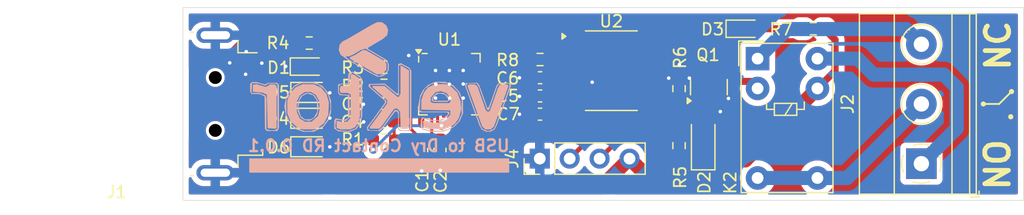
<source format=kicad_pcb>
(kicad_pcb (version 20240108) (generator "pcbnew") (generator_version "8.0")
  (layers (0 "F.Cu" signal) (31 "B.Cu" signal) (34 "B.Paste" user) (35 "F.Paste" user) (36 "B.SilkS" user "B.Silkscreen") (37 "F.SilkS" user "F.Silkscreen") (38 "B.Mask" user) (39 "F.Mask" user) (44 "Edge.Cuts" user))
  (net 0 "")
  (net 1 "GND")
  (net 2 "VBUS")
  (net 3 "VDD")
  (net 4 "Net-(U2-VCAP)")
  (net 5 "RST")
  (net 6 "Net-(D1-A)")
  (net 7 "Net-(D2-A)")
  (net 8 "Net-(D3-A)")
  (net 9 "D-")
  (net 10 "D+")
  (net 11 "RELAY_NC")
  (net 12 "RELAY_COM")
  (net 13 "RELAY_NO")
  (net 14 "SWIM")
  (net 15 "Net-(Q1-G)")
  (net 16 "Net-(U1-~{RST})")
  (net 17 "Net-(U1-D-)")
  (net 18 "Net-(U1-D+)")
  (net 19 "RELAY")
  (net 28 "USer_RX_uC_TX")
  (net 36 "USer_TX_uC_RX")
  (net 41 "I2C_SCL")
  (net 42 "SPI_MISO")
  (net 43 "OSCIN")
  (net 44 "SPI_MOSI")
  (net 45 "AIN2")
  (net 46 "I2C_SDA")
  (net 47 "AIN4")
  (net 48 "OSCOUT")
  (net 49 "SPI_SCK")
  (net 50 "UART1_CK")
  (net 51 "SPI_NSS")
  (net 52 "AIN3")
  (footprint "Capacitor_SMD:C_0603_1608Metric_Pad1.08x0.95mm_HandSolder" (layer "F.Cu") (at 149.475 97.7675 180)
    (property "Reference" "C6")
    (property "Value" "100n")
  )
  (footprint "Diode_SMD:D_SOD-323" (layer "F.Cu") (at 129.925 103.6425)
    (property "Reference" "D6")
    (property "Value" "BZT52B5V1S")
  )
  (footprint "Resistor_SMD:R_0603_1608Metric_Pad0.98x0.95mm_HandSolder" (layer "F.Cu") (at 136.225 96.8675 180)
    (property "Reference" "R3")
    (property "Value" "10R")
  )
  (footprint "Capacitor_SMD:C_0603_1608Metric_Pad1.08x0.95mm_HandSolder" (layer "F.Cu") (at 149.475 99.3175 180)
    (property "Reference" "C5")
    (property "Value" "1u")
  )
  (footprint "Diode_SMD:D_SOD-323" (layer "F.Cu") (at 129.925 101.2175)
    (property "Reference" "D4")
    (property "Value" "BZT52B5V1S")
  )
  (footprint "Connector_PinHeader_2.54mm:PinHeader_1x04_P2.54mm_Vertical" (layer "F.Cu") (at 149.45 104.65 90)
    (property "Reference" "J4")
    (property "Value" "CONN_SWIM")
  )
  (footprint "Package_TO_SOT_SMD:SOT-23" (layer "F.Cu") (at 163.81 98.5675 90)
    (property "Reference" "Q1")
    (property "Value" "IRLML0030")
  )
  (footprint "TerminalBlock_Phoenix:TerminalBlock_Phoenix_MKDS-1,5-3-5.08_1x03_P5.08mm_Horizontal" (layer "F.Cu") (at 181.85 105.08 90)
    (property "Reference" "J2")
    (property "Value" "CONN_OUT")
  )
  (footprint "Resistor_SMD:R_0603_1608Metric_Pad0.98x0.95mm_HandSolder" (layer "F.Cu") (at 136.225 98.4175 180)
    (property "Reference" "R2")
    (property "Value" "10R")
  )
  (footprint "Resistor_SMD:R_0603_1608Metric_Pad0.98x0.95mm_HandSolder" (layer "F.Cu") (at 149.475 96.2175)
    (property "Reference" "R8")
    (property "Value" "10K")
  )
  (footprint "LED_SMD:LED_0603_1608Metric_Pad1.05x0.95mm_HandSolder" (layer "F.Cu") (at 166.925 93.5975)
    (property "Reference" "D3")
    (property "Value" "RELAY LED")
  )
  (footprint "Package_SO:TSSOP-20_4.4x6.5mm_P0.65mm" (layer "F.Cu") (at 155.525 97.1675)
    (property "Reference" "U2")
    (property "Value" "STM8S003F3P")
  )
  (footprint "Diode_SMD:D_SOD-323" (layer "F.Cu") (at 129.925 99.0175)
    (property "Reference" "D5")
    (property "Value" "BZT52B5V1S")
  )
  (footprint "Resistor_SMD:R_0603_1608Metric_Pad0.98x0.95mm_HandSolder" (layer "F.Cu") (at 161.275 98.6975 90)
    (property "Reference" "R6")
    (property "Value" "10K")
  )
  (footprint "Package_DFN_QFN:QFN-28-1EP_5x5mm_P0.5mm_EP3.1x3.1mm" (layer "F.Cu") (at 141.775 98.3175)
    (property "Reference" "U1")
    (property "Value" "CP2102N-Axx-xQFN28")
  )
  (footprint "Resistor_SMD:R_0603_1608Metric_Pad0.98x0.95mm_HandSolder" (layer "F.Cu") (at 136.225 103.0675 180)
    (property "Reference" "R1")
    (property "Value" "10K")
  )
  (footprint "Resistor_SMD:R_0603_1608Metric_Pad0.98x0.95mm_HandSolder" (layer "F.Cu") (at 161.275 103.5475 90)
    (property "Reference" "R5")
    (property "Value" "100")
  )
  (footprint "Capacitor_SMD:C_0603_1608Metric_Pad1.08x0.95mm_HandSolder" (layer "F.Cu") (at 136.225 99.9675 180)
    (property "Reference" "C3")
    (property "Value" "4.7u")
  )
  (footprint "Resistor_SMD:R_0603_1608Metric_Pad0.98x0.95mm_HandSolder" (layer "F.Cu") (at 129.875 94.8175)
    (property "Reference" "R4")
    (property "Value" "4K7")
  )
  (footprint "Relay_THT:Relay_SPDT_Omron_G5V-1" (layer "F.Cu") (at 167.945 96.14)
    (property "Reference" "K2")
    (property "Value" "G5V-1")
  )
  (footprint "Resistor_SMD:R_0603_1608Metric_Pad0.98x0.95mm_HandSolder" (layer "F.Cu") (at 172.675 93.5975 180)
    (property "Reference" "R7")
    (property "Value" "4K7")
  )
  (footprint "Capacitor_SMD:C_0603_1608Metric_Pad1.08x0.95mm_HandSolder" (layer "F.Cu") (at 139.425 103.9175 -90)
    (property "Reference" "C1")
    (property "Value" "1u")
  )
  (footprint "Capacitor_SMD:C_0603_1608Metric_Pad1.08x0.95mm_HandSolder" (layer "F.Cu") (at 149.475 100.8675 180)
    (property "Reference" "C7")
    (property "Value" "100n")
  )
  (footprint "Diode_SMD:D_SOD-123F" (layer "F.Cu") (at 163.325 103.3975 90)
    (property "Reference" "D2")
    (property "Value" "1N4007")
  )
  (footprint "Capacitor_SMD:C_0603_1608Metric_Pad1.08x0.95mm_HandSolder" (layer "F.Cu") (at 136.225 101.5175 180)
    (property "Reference" "C4")
    (property "Value" "100n")
  )
  (footprint "Connector_USB:USB_A_Molex_48037-2200_Horizontal" (layer "F.Cu") (at 113.525 100 180)
    (property "Reference" "J1")
    (property "Value" "480-37-1000")
  )
  (footprint "Capacitor_SMD:C_0603_1608Metric_Pad1.08x0.95mm_HandSolder" (layer "F.Cu") (at 140.975 103.9175 -90)
    (property "Reference" "C2")
    (property "Value" "100n")
  )
  (footprint "LED_SMD:LED_0603_1608Metric_Pad1.05x0.95mm_HandSolder" (layer "F.Cu") (at 129.925 96.8175)
    (property "Reference" "D1")
    (property "Value" "PWR LED")
  )
  (gr_poly (pts (xy 137.534072 96.5654) (xy 137.42389 96.607682) (xy 137.42389 99.051423) (xy 137.323281 99.113603) (xy 136.80333 98.687316) (xy 136.283379 98.261029) (xy 135.614175 98.279805) (xy 134.944972 98.298554) (xy 134.924422 98.405995) (xy 134.903847 98.513436) (xy 135.601628 99.128739) (xy 136.299409 99.744039) (xy 136.299409 99.893296) (xy 135.731133 100.683427) (xy 135.162856 101.473557) (xy 134.966063 101.723189) (xy 134.769271 101.972825) (xy 134.790196 102.120065) (xy 134.811122 102.267306) (xy 135.340287 102.284232) (xy 135.869454 102.301158) (xy 135.941952 102.251166) (xy 136.014451 102.201171) (xy 136.58788 101.423959) (xy 137.161315 100.646747) (xy 137.343583 100.646747) (xy 137.383733 100.751374) (xy 137.423882 100.856004) (xy 137.423882 102.141643) (xy 137.503257 102.221017) (xy 137.582631 102.300391) (xy 138.389611 102.300391) (xy 138.468997 102.221002) (xy 138.548371 102.141627) (xy 138.548371 102.124917) (xy 138.419739 102.124917) (xy 138.335229 102.178548) (xy 138.250718 102.232179) (xy 137.998322 102.233178) (xy 137.745927 102.234178) (xy 137.617982 102.165757) (xy 137.490039 102.097285) (xy 137.490039 100.67319) (xy 137.410664 100.593816) (xy 137.33129 100.514441) (xy 137.228764 100.515941) (xy 137.126239 100.51744) (xy 136.597071 101.251134) (xy 136.067906 101.984832) (xy 135.910159 102.109519) (xy 135.75241 102.234208) (xy 134.992701 102.234208) (xy 134.918719 102.145062) (xy 134.844737 102.055917) (xy 135.636014 100.970975) (xy 136.427291 99.886029) (xy 136.429541 99.811446) (xy 136.431792 99.736867) (xy 135.735087 99.123437) (xy 135.038382 98.510009) (xy 135.063033 98.437341) (xy 135.087683 98.364673) (xy 136.273976 98.364673) (xy 136.809073 98.811158) (xy 137.34417 99.257644) (xy 137.490037 99.257644) (xy 137.490037 96.739948) (xy 137.597941 96.698541) (xy 137.705846 96.657136) (xy 137.999575 96.816373) (xy 138.293305 96.97561) (xy 138.356171 97.050315) (xy 138.419038 97.12502) (xy 138.419388 99.62497) (xy 138.419739 102.124917) (xy 138.548371 102.124917) (xy 138.548371 97.170436) (xy 138.45609 97.039964) (xy 138.363808 96.909492) (xy 138.004031 96.716306) (xy 137.644253 96.52312)) (stroke (width -0.000001)) (fill solid) (layer "B.SilkS"))
  (gr_poly (pts (xy 124.935557 98.212562) (xy 124.856181 98.291936) (xy 124.85718 98.625974) (xy 124.85818 98.96001) (xy 124.918502 99.055345) (xy 124.97882 99.150678) (xy 125.682982 99.164628) (xy 125.881419 99.261605) (xy 126.079856 99.358581) (xy 126.097754 100.741685) (xy 126.115679 102.124787) (xy 126.188548 102.21259) (xy 126.261416 102.300389) (xy 127.166606 102.300389) (xy 127.23511 102.172433) (xy 127.303584 102.044488) (xy 127.303584 98.358083) (xy 127.291262 98.345761) (xy 127.171107 98.345761) (xy 127.171107 102.095349) (xy 127.055354 102.162768) (xy 126.939601 102.230187) (xy 126.542727 102.232186) (xy 126.394076 102.192533) (xy 126.245249 102.15265) (xy 126.24425 100.853982) (xy 126.243251 99.555318) (xy 126.204562 99.411063) (xy 126.165873 99.26681) (xy 125.647067 99.059226) (xy 124.981974 99.059226) (xy 125.001673 98.645814) (xy 125.021373 98.232402) (xy 125.319026 98.248801) (xy 125.616683 98.265201) (xy 126.14263 98.450496) (xy 126.274714 98.35798) (xy 126.406798 98.265464) (xy 126.961852 98.265464) (xy 127.066481 98.305614) (xy 127.171107 98.345761) (xy 127.291262 98.345761) (xy 127.224208 98.278708) (xy 127.144831 98.199334) (xy 126.368842 98.199334) (xy 126.240615 98.267959) (xy 126.112391 98.336583) (xy 125.769938 98.234885) (xy 125.427485 98.133187) (xy 125.014933 98.133187)) (stroke (width -0.000001)) (fill solid) (layer "B.SilkS"))
  (gr_poly (pts (xy 143.711636 98.332656) (xy 143.476231 98.333655) (xy 143.388781 98.389102) (xy 143.301331 98.444547) (xy 143.933271 100.190562) (xy 144.565212 101.936578) (xy 144.706043 102.052333) (xy 144.846874 102.168088) (xy 145.280582 102.168088) (xy 145.4205 102.052333) (xy 145.560415 101.936578) (xy 146.185165 100.185554) (xy 146.809915 98.434529) (xy 146.730572 98.384095) (xy 146.65123 98.333657) (xy 146.371634 98.332658) (xy 146.092039 98.331658) (xy 145.997287 98.480485) (xy 145.902534 98.629312) (xy 145.554525 99.611371) (xy 145.206516 100.593429) (xy 145.113457 100.629142) (xy 145.020397 100.664851) (xy 144.852982 100.481395) (xy 144.506348 99.489207) (xy 144.159714 98.49702) (xy 144.053377 98.414338) (xy 143.947041 98.331656)) (stroke (width -0.000001)) (fill solid) (layer "B.SilkS"))
  (gr_poly (pts (xy 140.243872 98.459851) (xy 139.933832 98.609939) (xy 139.609297 99.03543) (xy 139.505688 99.328546) (xy 139.402079 99.621657) (xy 139.388634 100.051608) (xy 139.375189 100.481555) (xy 140.598887 100.518418) (xy 141.822584 100.555278) (xy 141.839121 100.568028) (xy 141.855658 100.580779) (xy 141.855658 100.901359) (xy 141.676493 101.114284) (xy 141.497328 101.327209) (xy 141.230007 101.448636) (xy 140.962687 101.570062) (xy 140.363131 101.57306) (xy 140.00145 101.478515) (xy 139.639769 101.383967) (xy 139.585646 101.436725) (xy 139.531525 101.489482) (xy 139.552574 101.7445) (xy 139.573624 101.99952) (xy 139.838207 102.078862) (xy 140.102791 102.158208) (xy 140.698103 102.158708) (xy 141.293415 102.159207) (xy 141.548573 102.065209) (xy 141.803728 101.971654) (xy 142.018934 101.838649) (xy 142.234141 101.705644) (xy 142.413338 101.447061) (xy 142.592535 101.188478) (xy 142.693899 100.80185) (xy 142.795264 100.415221) (xy 142.754992 100.069324) (xy 142.71472 99.723424) (xy 142.631751 99.501668) (xy 141.855658 99.501668) (xy 141.855658 99.830934) (xy 141.767462 99.919129) (xy 140.411268 99.919129) (xy 140.306641 99.87898) (xy 140.202011 99.83883) (xy 140.202011 99.460711) (xy 140.405503 99.22895) (xy 140.608992 98.997188) (xy 140.831139 98.955512) (xy 141.053286 98.913836) (xy 141.289837 98.991906) (xy 141.526388 99.069974) (xy 141.691023 99.285821) (xy 141.855658 99.501668) (xy 142.631751 99.501668) (xy 142.583271 99.372094) (xy 142.451823 99.020766) (xy 142.20335 98.782704) (xy 141.954878 98.544644) (xy 141.723368 98.427455) (xy 141.491858 98.310266) (xy 140.553911 98.309766)) (stroke (width -0.000001)) (fill solid) (layer "B.SilkS"))
  (gr_poly (pts (xy 133.19777 97.443231) (xy 133.17752 97.837817) (xy 133.157244 98.232402) (xy 132.78205 98.265847) (xy 132.406851 98.299291) (xy 132.313035 98.393107) (xy 132.320735 98.734725) (xy 132.328435 99.076341) (xy 132.400965 99.163733) (xy 132.473492 99.251126) (xy 132.815373 99.270926) (xy 133.157254 99.290727) (xy 133.157254 101.207173) (xy 132.991891 101.284398) (xy 132.826525 101.361623) (xy 132.475213 101.287936) (xy 132.123898 101.214246) (xy 132.062813 101.310821) (xy 132.001729 101.407393) (xy 132.000729 101.753137) (xy 131.99973 102.098876) (xy 132.178702 102.216155) (xy 132.357674 102.333434) (xy 132.856698 102.351933) (xy 133.355717 102.370433) (xy 133.632664 102.241378) (xy 133.909409 102.112325) (xy 134.075902 101.859084) (xy 134.242392 101.605844) (xy 134.31017 101.308188) (xy 134.347819 101.142846) (xy 134.255364 101.142846) (xy 134.179518 101.407428) (xy 134.103677 101.672013) (xy 133.945883 101.881101) (xy 133.78809 102.090188) (xy 133.505845 102.194251) (xy 133.223603 102.298316) (xy 132.825913 102.270242) (xy 132.428223 102.242167) (xy 132.307774 102.195916) (xy 132.187298 102.149686) (xy 132.139565 102.020654) (xy 132.091832 101.891622) (xy 132.129544 101.616445) (xy 132.167254 101.341264) (xy 132.298568 101.35329) (xy 132.429877 101.365315) (xy 132.705968 101.410943) (xy 132.98206 101.456571) (xy 133.154275 101.284352) (xy 133.326493 101.112138) (xy 133.289792 99.224614) (xy 132.927994 99.204114) (xy 132.566199 99.183614) (xy 132.481511 99.113328) (xy 132.396823 99.043042) (xy 132.396823 98.490388) (xy 132.555571 98.331639) (xy 133.254195 98.331639) (xy 133.28778 98.182813) (xy 133.321364 98.033982) (xy 133.338639 97.703849) (xy 133.355914 97.373713) (xy 133.455134 97.355414) (xy 133.554352 97.337115) (xy 133.885083 97.554158) (xy 134.215813 97.771201) (xy 134.235589 99.457025) (xy 134.255364 101.142846) (xy 134.347819 101.142846) (xy 134.377948 101.010531) (xy 134.379447 99.454286) (xy 134.380946 97.89804) (xy 134.28283 97.757962) (xy 134.184718 97.617887) (xy 133.890713 97.445588) (xy 133.596711 97.27329) (xy 133.338811 97.27329)) (stroke (width -0.000001)) (fill solid) (layer "B.SilkS"))
  (gr_poly (pts (xy 134.079943 95.62935) (xy 133.752799 95.837503) (xy 133.533246 95.929807) (xy 133.313693 96.022115) (xy 133.363898 96.172727) (xy 134.480986 96.822227) (xy 135.598071 97.471725) (xy 136.045005 97.471725) (xy 136.431706 97.085023) (xy 136.431706 96.56372) (xy 136.272952 96.405872) (xy 136.114197 96.248021) (xy 135.393597 95.834611) (xy 134.672999 95.421199) (xy 134.407086 95.421199)) (stroke (width -0.000001)) (fill solid) (layer "B.SilkS"))
  (gr_rect (start 124.86 104.71) (end 146.78 105.77) (stroke (width 0.153)) (fill solid) (layer "B.SilkS"))
  (gr_poly (pts (xy 133.388993 98.305064) (xy 133.309619 98.384439) (xy 133.230244 98.463813) (xy 132.531617 98.463813) (xy 132.451009 98.784991) (xy 132.494511 98.922057) (xy 132.538014 99.059125) (xy 133.133111 99.059125) (xy 133.261054 99.127597) (xy 133.388999 99.196069) (xy 133.388999 101.16841) (xy 133.240168 101.33961) (xy 133.091342 101.51081) (xy 132.892905 101.520261) (xy 132.694468 101.529712) (xy 132.446421 101.477685) (xy 132.198376 101.425654) (xy 132.198376 102.038966) (xy 132.368046 102.103477) (xy 132.537717 102.167985) (xy 132.946822 102.165385) (xy 133.355927 102.162786) (xy 133.561219 102.073541) (xy 133.766518 101.98417) (xy 133.904546 101.790328) (xy 134.042575 101.596486) (xy 134.115082 101.303508) (xy 134.18759 101.010533) (xy 134.168641 99.426181) (xy 134.149667 97.841826) (xy 133.885085 97.658978) (xy 133.620503 97.476129) (xy 133.388993 97.471627)) (stroke (width -0.000001)) (fill solid) (layer "B.SilkS"))
  (gr_poly (pts (xy 125.25006 98.341775) (xy 125.087695 98.364675) (xy 125.087695 98.959987) (xy 125.484568 98.997922) (xy 125.881442 99.035857) (xy 126.063342 99.112041) (xy 126.245246 99.188226) (xy 126.271643 99.224576) (xy 126.308039 100.646714) (xy 126.344439 102.068849) (xy 127.010981 102.10785) (xy 127.058078 102.060807) (xy 127.105143 102.013738) (xy 127.105143 98.490371) (xy 127.025767 98.410996) (xy 126.946391 98.331622) (xy 126.563315 98.331622) (xy 126.375449 98.442597) (xy 126.187583 98.553573) (xy 125.800002 98.436223) (xy 125.412421 98.318875)) (stroke (width -0.000001)) (fill solid) (layer "B.SilkS"))
  (gr_poly (pts (xy 137.62233 99.134074) (xy 137.485383 99.38996) (xy 137.363419 99.38996) (xy 136.814879 98.928502) (xy 136.266339 98.467042) (xy 135.753709 98.465543) (xy 135.241078 98.464044) (xy 135.241078 98.567563) (xy 135.869464 99.122041) (xy 136.497849 99.67652) (xy 136.495599 99.814424) (xy 136.493348 99.952323) (xy 135.741853 100.977582) (xy 134.990355 102.002843) (xy 135.020358 102.052453) (xy 135.05036 102.102063) (xy 135.831149 102.102063) (xy 135.958232 101.965655) (xy 136.085314 101.829247) (xy 136.572657 101.139623) (xy 137.06 100.45) (xy 137.307059 100.368419) (xy 137.448113 100.509309) (xy 137.589167 100.650197) (xy 137.611558 101.37613) (xy 137.633944 102.102063) (xy 138.261649 102.102063) (xy 138.305836 102.057841) (xy 138.349934 102.013743) (xy 138.349934 97.142661) (xy 138.080317 96.972459) (xy 137.8107 96.802257) (xy 137.716515 96.766114) (xy 137.62233 96.729972)) (stroke (width -0.000001)) (fill solid) (layer "B.SilkS"))
  (gr_poly (pts (xy 128.629527 98.412774) (xy 128.358382 98.706931) (xy 128.087237 99.001092) (xy 128.000197 99.212071) (xy 127.913157 99.423049) (xy 127.834044 99.808892) (xy 127.754931 100.194732) (xy 127.830439 100.628348) (xy 127.905951 101.061965) (xy 128.065135 101.376105) (xy 128.224322 101.690244) (xy 128.499263 101.925584) (xy 128.774203 102.160922) (xy 129.07593 102.263732) (xy 129.377658 102.36654) (xy 130.259005 102.36654) (xy 130.671321 102.160491) (xy 131.083628 101.954455) (xy 131.309916 101.647861) (xy 131.536204 101.341264) (xy 131.635773 101.015067) (xy 131.735347 100.68887) (xy 131.735347 100.486644) (xy 131.669009 100.486644) (xy 131.569207 100.869809) (xy 131.469405 101.252976) (xy 131.272481 101.539197) (xy 131.075556 101.825418) (xy 130.838214 101.972108) (xy 130.600867 102.118794) (xy 130.324652 102.205159) (xy 130.048442 102.291526) (xy 129.774916 102.295951) (xy 129.501395 102.300376) (xy 129.159934 102.190038) (xy 128.818289 102.079698) (xy 128.533171 101.828727) (xy 128.248053 101.577756) (xy 128.090747 101.227998) (xy 127.93344 100.87824) (xy 127.932688 100.249854) (xy 127.931937 99.621467) (xy 128.084105 99.29074) (xy 128.23627 98.96001) (xy 128.659442 98.51847) (xy 128.919238 98.384637) (xy 129.179034 98.250802) (xy 129.556327 98.216592) (xy 129.933623 98.18238) (xy 130.270964 98.263307) (xy 130.608302 98.344232) (xy 131.137362 98.727483) (xy 131.308133 98.985534) (xy 131.4789 99.243581) (xy 131.573205 99.59789) (xy 131.66751 99.952197) (xy 131.668259 100.21942) (xy 131.669009 100.486644) (xy 131.735347 100.486644) (xy 131.735347 99.725656) (xy 131.469706 99.015664) (xy 131.237021 98.743825) (xy 131.004336 98.471986) (xy 130.643439 98.295415) (xy 130.282546 98.118844) (xy 129.801783 98.11407) (xy 129.321025 98.109296)) (stroke (width -0.000001)) (fill solid) (layer "B.SilkS"))
  (gr_poly (pts (xy 143.14694 98.2324) (xy 143.126163 98.341268) (xy 143.105387 98.450133) (xy 143.712545 100.127206) (xy 144.319704 101.804276) (xy 144.411718 101.985059) (xy 144.503733 102.165841) (xy 144.697765 102.266179) (xy 144.891798 102.366517) (xy 145.076984 102.363868) (xy 145.262171 102.361218) (xy 145.443237 102.262982) (xy 145.624307 102.164735) (xy 145.715364 101.984509) (xy 145.806421 101.804284) (xy 147.002155 98.468513) (xy 146.898657 98.468513) (xy 146.291297 100.164927) (xy 145.683937 101.861341) (xy 145.616672 101.987025) (xy 145.549408 102.112708) (xy 145.339641 102.203956) (xy 145.129875 102.295203) (xy 145.078142 102.297778) (xy 145.026407 102.300378) (xy 144.805098 102.20791) (xy 144.583786 102.115439) (xy 144.528282 102.02601) (xy 144.472778 101.936578) (xy 143.83308 100.183713) (xy 143.193382 98.430848) (xy 143.260223 98.348168) (xy 143.327063 98.265487) (xy 144.101566 98.265487) (xy 144.192759 98.414313) (xy 144.283951 98.56314) (xy 144.63279 99.538793) (xy 144.981628 100.514443) (xy 145.14508 100.514443) (xy 145.487972 99.532367) (xy 145.830864 98.550286) (xy 145.930605 98.407886) (xy 146.030346 98.265485) (xy 146.820747 98.265485) (xy 146.859702 98.366998) (xy 146.898657 98.468513) (xy 147.002155 98.468513) (xy 147.02832 98.39552) (xy 146.990679 98.297431) (xy 146.953038 98.199338) (xy 145.977202 98.199338) (xy 145.877098 98.315093) (xy 145.776995 98.430848) (xy 145.563001 99.042163) (xy 145.349008 99.653476) (xy 145.230501 99.965672) (xy 145.111994 100.277869) (xy 145.051256 100.29812) (xy 144.990519 100.31837) (xy 144.88566 100.002999) (xy 144.780802 99.687629) (xy 144.543375 99.034688) (xy 144.305948 98.381747) (xy 144.228102 98.287948) (xy 144.150255 98.19415)) (stroke (width -0.000001)) (fill solid) (layer "B.SilkS"))
  (gr_poly (pts (xy 129.021823 98.444497) (xy 128.725714 98.576797) (xy 128.533984 98.768415) (xy 128.34225 98.960034) (xy 128.175692 99.32079) (xy 128.009131 99.681546) (xy 128.010131 100.246833) (xy 128.01113 100.812118) (xy 128.162715 101.161878) (xy 128.314299 101.511636) (xy 128.598826 101.762084) (xy 128.883353 102.012532) (xy 129.142989 102.090322) (xy 129.402625 102.168109) (xy 129.824897 102.165509) (xy 130.247172 102.16291) (xy 130.47565 102.06375) (xy 130.704234 101.964591) (xy 130.923098 101.797654) (xy 131.141965 101.630717) (xy 131.317654 101.287555) (xy 131.493346 100.94439) (xy 131.522872 100.409181) (xy 131.552399 99.873971) (xy 131.533113 99.807628) (xy 130.743064 99.807628) (xy 130.742816 100.177562) (xy 130.742564 100.547496) (xy 130.675479 100.789031) (xy 130.60839 101.030566) (xy 130.344928 101.268588) (xy 130.081465 101.50661) (xy 129.800536 101.506362) (xy 129.519606 101.506114) (xy 129.300643 101.372724) (xy 129.081824 101.23931) (xy 128.954833 100.959558) (xy 128.827841 100.679805) (xy 128.826342 100.230685) (xy 128.824843 99.781566) (xy 128.955634 99.525187) (xy 129.086428 99.268809) (xy 129.285849 99.126809) (xy 129.48527 98.984807) (xy 129.747508 98.981181) (xy 130.009745 98.977555) (xy 130.222697 99.101926) (xy 130.435649 99.226298) (xy 130.589358 99.516963) (xy 130.743064 99.807628) (xy 131.533113 99.807628) (xy 131.447879 99.514436) (xy 131.343358 99.154901) (xy 131.111212 98.883693) (xy 130.879069 98.612483) (xy 130.570025 98.467216) (xy 130.260985 98.321948) (xy 129.789454 98.317073) (xy 129.317931 98.312198)) (stroke (width -0.000001)) (fill solid) (layer "B.SilkS"))
  (gr_poly (pts (xy 129.770793 99.059484) (xy 129.585604 99.059728) (xy 129.366786 99.193141) (xy 129.147967 99.32655) (xy 129.020972 99.606303) (xy 128.893981 99.886058) (xy 128.893981 100.61366) (xy 129.019278 100.889625) (xy 129.144572 101.165587) (xy 129.308486 101.272985) (xy 129.472396 101.380385) (xy 129.694365 101.413598) (xy 129.916335 101.446811) (xy 130.114775 101.320823) (xy 130.313212 101.19484) (xy 130.422816 101.069613) (xy 130.532416 100.944388) (xy 130.611266 100.648412) (xy 130.61432 100.636949) (xy 130.558669 100.636949) (xy 130.410723 100.900189) (xy 130.262774 101.163426) (xy 130.122622 101.231334) (xy 129.982466 101.299241) (xy 129.743338 101.303716) (xy 129.50421 101.30819) (xy 129.330535 101.171557) (xy 129.156836 101.034928) (xy 129.05276 100.676919) (xy 128.948683 100.318912) (xy 128.992511 100.026637) (xy 129.036341 99.734363) (xy 129.15922 99.532302) (xy 129.282103 99.330239) (xy 129.494204 99.220557) (xy 129.706305 99.110875) (xy 129.956824 99.185933) (xy 130.207347 99.260991) (xy 130.359034 99.474013) (xy 130.510718 99.687036) (xy 130.534693 100.161994) (xy 130.558669 100.636949) (xy 130.61432 100.636949) (xy 130.690116 100.352431) (xy 130.646117 100.020753) (xy 130.602118 99.689073) (xy 130.467814 99.471768) (xy 130.333514 99.254464) (xy 130.144747 99.15685) (xy 129.955977 99.059236)) (stroke (width -0.000001)) (fill solid) (layer "B.SilkS"))
  (gr_poly (pts (xy 140.511027 99.231278) (xy 140.338978 99.403325) (xy 140.296999 99.535592) (xy 140.25502 99.667857) (xy 140.329376 99.742215) (xy 140.403733 99.816569) (xy 141.60632 99.823371) (xy 141.705685 99.75069) (xy 141.805054 99.678029) (xy 141.733725 99.540093) (xy 141.657223 99.540093) (xy 141.657223 99.720691) (xy 140.400452 99.720691) (xy 140.40045 99.600871) (xy 140.40045 99.481053) (xy 140.660559 99.201859) (xy 140.800839 99.157336) (xy 140.941118 99.112813) (xy 141.164011 99.154628) (xy 141.386906 99.196443) (xy 141.657223 99.540093) (xy 141.733725 99.540093) (xy 141.698443 99.471866) (xy 141.591831 99.2657) (xy 141.444445 99.162465) (xy 141.297058 99.059232) (xy 140.683075 99.059232)) (stroke (width -0.000001)) (fill solid) (layer "B.SilkS"))
  (gr_poly (pts (xy 135.354201 93.180529) (xy 135.075717 93.321102) (xy 134.149674 93.866237) (xy 133.223634 94.411373) (xy 132.959048 94.545448) (xy 132.694466 94.679525) (xy 132.575885 94.81065) (xy 132.457303 94.941778) (xy 132.41858 95.1804) (xy 132.379857 95.41902) (xy 132.462657 95.618921) (xy 132.545459 95.81882) (xy 132.851474 96.040057) (xy 133.157487 96.261293) (xy 134.116603 96.824615) (xy 135.075717 97.387935) (xy 135.354201 97.52905) (xy 135.632685 97.670165) (xy 135.817219 97.665965) (xy 136.001757 97.661765) (xy 136.139445 97.606074) (xy 136.277133 97.550374) (xy 136.453637 97.34061) (xy 136.630145 97.130845) (xy 136.630145 96.599168) (xy 136.604843 96.556337) (xy 136.530926 96.556337) (xy 136.530926 97.127103) (xy 136.398637 97.275378) (xy 136.266345 97.42365) (xy 135.869471 97.598836) (xy 135.817738 97.601436) (xy 135.766003 97.604035) (xy 135.539147 97.509229) (xy 135.312295 97.414443) (xy 134.224538 96.779313) (xy 133.13678 96.144185) (xy 133.056353 96.047275) (xy 132.975926 95.950368) (xy 133.250483 95.950368) (xy 133.435496 95.86951) (xy 133.620511 95.78865) (xy 133.931489 95.60123) (xy 134.242467 95.41381) (xy 134.45164 95.35382) (xy 134.660815 95.29383) (xy 136.20119 96.205344) (xy 136.366057 96.380841) (xy 136.530926 96.556337) (xy 136.604843 96.556337) (xy 136.519585 96.412008) (xy 136.40903 96.224847) (xy 135.65866 95.78197) (xy 134.908292 95.339091) (xy 134.874367 95.284201) (xy 134.840443 95.229308) (xy 135.469083 94.859336) (xy 136.097722 94.489361) (xy 136.295537 94.322912) (xy 136.493354 94.156459) (xy 136.536244 93.927834) (xy 136.579135 93.699209) (xy 136.496684 93.500156) (xy 136.414233 93.301106) (xy 136.230859 93.170529) (xy 136.04748 93.039954) (xy 135.632685 93.039954)) (stroke (width -0.000001)) (fill solid) (layer "B.SilkS"))
  (gr_poly (pts (xy 140.994091 98.111974) (xy 140.562474 98.113725) (xy 140.265745 98.244983) (xy 139.969017 98.376241) (xy 139.752232 98.593026) (xy 139.535446 98.809814) (xy 139.41173 99.052316) (xy 139.288014 99.294818) (xy 139.215847 99.685205) (xy 139.143681 100.075591) (xy 139.143681 100.554004) (xy 139.223055 100.633378) (xy 139.302429 100.712752) (xy 141.583267 100.712752) (xy 141.62747 100.784272) (xy 141.671673 100.855794) (xy 141.486307 101.049273) (xy 141.30094 101.242757) (xy 140.830397 101.373471) (xy 140.433523 101.37597) (xy 139.949465 101.262748) (xy 139.465405 101.149526) (xy 139.344143 101.341199) (xy 139.343119 101.626666) (xy 139.342095 101.912137) (xy 139.409376 102.037854) (xy 139.476658 102.163571) (xy 139.818257 102.265016) (xy 140.159855 102.366458) (xy 140.693552 102.362033) (xy 141.227249 102.357608) (xy 141.503485 102.27131) (xy 141.779698 102.184943) (xy 142.21946 101.912234) (xy 142.642632 101.473559) (xy 142.790011 101.142829) (xy 142.93739 100.812099) (xy 142.937184 100.282933) (xy 142.936978 99.753766) (xy 142.885384 99.621499) (xy 142.814673 99.621499) (xy 142.814673 100.878272) (xy 142.674217 101.175927) (xy 142.533762 101.473584) (xy 142.094164 101.914144) (xy 141.836416 102.045636) (xy 141.578669 102.177131) (xy 141.303749 102.23581) (xy 141.02883 102.294494) (xy 140.531281 102.267612) (xy 140.033732 102.240727) (xy 139.770609 102.154784) (xy 139.507481 102.06887) (xy 139.48716 101.712159) (xy 139.466839 101.355447) (xy 139.524821 101.297463) (xy 139.582804 101.239484) (xy 139.867651 101.339984) (xy 140.152498 101.440484) (xy 141.108488 101.440484) (xy 141.327162 101.291654) (xy 141.545836 101.142827) (xy 141.675657 100.96753) (xy 141.805479 100.792233) (xy 141.760517 100.719483) (xy 141.715555 100.646735) (xy 139.441332 100.644736) (xy 139.258146 100.52872) (xy 139.288765 99.999793) (xy 139.319384 99.470866) (xy 139.503334 99.094884) (xy 139.687285 98.718902) (xy 139.954842 98.525085) (xy 140.222399 98.331269) (xy 140.493325 98.257941) (xy 140.76425 98.184613) (xy 141.163071 98.216273) (xy 141.561892 98.247935) (xy 141.82453 98.38322) (xy 142.087168 98.518502) (xy 142.298754 98.739272) (xy 142.51034 98.960042) (xy 142.662506 99.290772) (xy 142.814673 99.621499) (xy 142.885384 99.621499) (xy 142.631546 98.970757) (xy 142.374375 98.69176) (xy 142.117203 98.412763) (xy 141.425709 98.110223)) (stroke (width -0.000001)) (fill solid) (layer "B.SilkS"))
  (gr_circle (center 189.439598 101.089598) (end 189.581019 101.089598) (stroke (width 0.153)) (fill solid) (layer "F.SilkS"))
  (gr_line (start 187.11 100) (end 188.43 100) (stroke (width 0.153)) (layer "F.SilkS"))
  (gr_circle (center 187.11 100) (end 187.11 99.86) (stroke (width 0.153)) (fill none) (layer "F.SilkS"))
  (gr_circle (center 189.506765 98.943235) (end 189.406765 98.843235) (stroke (width 0.153)) (fill none) (layer "F.SilkS"))
  (gr_line (start 188.437484 100.012516) (end 189.506765 98.943235) (stroke (width 0.153)) (layer "F.SilkS"))
  (gr_rect (start 119.15 91.8) (end 190.54 108.2) (stroke (width 0.05)) (fill none) (layer "Edge.Cuts"))
  (gr_text "USB to Dry Contact RD 0.0.1\n" (at 147.004382 104.141546 0) (layer "B.SilkS") (effects (font (size 1 1) (thickness 0.2) (bold yes)) (justify left bottom mirror)))
  (gr_text "NC" (at 189.53 97.34 90) (layer "F.SilkS") (effects (font (size 2 2) (thickness 0.4) (bold yes)) (justify left bottom)))
  (gr_text "NO" (at 189.5 107.53 90) (layer "F.SilkS") (effects (font (size 2 2) (thickness 0.4) (bold yes)) (justify left bottom)))
  (segment (start 139.4 97.8175) (end 138.87526 97.8175) (width 0.25) (layer "F.Cu") (net 1))
  (segment (start 139.425 105.7) (end 139.425 104.78) (width 0.5) (layer "F.Cu") (net 1))
  (segment (start 152.6625 98.1425) (end 153.8925 98.1425) (width 0.4) (layer "F.Cu") (net 1))
  (segment (start 124.525 96.475) (end 124.5 96.5) (width 0.6) (layer "F.Cu") (net 1))
  (segment (start 139.4 97.8175) (end 141.275 97.8175) (width 0.25) (layer "F.Cu") (net 1))
  (segment (start 124.525 95.55) (end 124.525 96.475) (width 0.6) (layer "F.Cu") (net 1))
  (segment (start 138.87526 97.8175) (end 138.325 97.26724) (width 0.25) (layer "F.Cu") (net 1))
  (segment (start 164.7625 99.535) (end 164.7625 98.9875) (width 0.6) (layer "F.Cu") (net 1))
  (segment (start 140.625 97.8175) (end 140.625 98.325) (width 0.25) (layer "F.Cu") (net 1))
  (segment (start 141 104.805) (end 140.975 104.78) (width 0.5) (layer "F.Cu") (net 1))
  (segment (start 141 105.65) (end 141 104.805) (width 0.5) (layer "F.Cu") (net 1))
  (segment (start 141.275 97.8175) (end 141.775 98.3175) (width 0.25) (layer "F.Cu") (net 1))
  (segment (start 138.325 97.26724) (end 138.325 95.875) (width 0.25) (layer "F.Cu") (net 1))
  (segment (start 153.8925 98.1425) (end 153.9 98.15) (width 0.4) (layer "F.Cu") (net 1))
  (segment (start 139.4 97.8175) (end 140.625 97.8175) (width 0.25) (layer "F.Cu") (net 1))
  (via (at 127.875 96.8) (size 0.7) (drill 0.3) (layers "F.Cu" "B.Cu") (net 1))
  (via (at 147.725 97.775) (size 0.7) (drill 0.3) (layers "F.Cu" "B.Cu") (net 1))
  (via (at 131.625 103.65) (size 0.7) (drill 0.3) (layers "F.Cu" "B.Cu") (net 1))
  (via (at 142.95 98.3) (size 0.7) (drill 0.3) (layers "F.Cu" "B.Cu") (net 1))
  (via (at 141 105.65) (size 0.7) (drill 0.3) (layers "F.Cu" "B.Cu") (net 1))
  (via (at 140.6 97.15) (size 0.7) (drill 0.3) (layers "F.Cu" "B.Cu") (net 1))
  (via (at 153.9 98.15) (size 0.7) (drill 0.3) (layers "F.Cu" "B.Cu") (net 1))
  (via (at 141.8 99.5) (size 0.7) (drill 0.3) (layers "F.Cu" "B.Cu") (net 1))
  (via (at 134.475 100.025) (size 0.7) (drill 0.3) (layers "F.Cu" "B.Cu") (net 1))
  (via (at 162.15 97.8) (size 0.7) (drill 0.3) (layers "F.Cu" "B.Cu") (net 1))
  (via (at 165.47 99.53) (size 0.7) (drill 0.3) (layers "F.Cu" "B.Cu") (net 1))
  (via (at 142.95 99.5) (size 0.7) (drill 0.3) (layers "F.Cu" "B.Cu") (net 1))
  (via (at 134.5 101.525) (size 0.7) (drill 0.3) (layers "F.Cu" "B.Cu") (net 1))
  (via (at 160.4 97.8) (size 0.7) (drill 0.3) (layers "F.Cu" "B.Cu") (net 1))
  (via (at 123.125 96.5) (size 0.7) (drill 0.3) (layers "F.Cu" "B.Cu") (net 1))
  (via (at 131.625 101.2) (size 0.7) (drill 0.3) (layers "F.Cu" "B.Cu") (net 1))
  (via (at 141.775 97.15) (size 0.7) (drill 0.3) (layers "F.Cu" "B.Cu") (net 1))
  (via (at 125.85 96.525) (size 0.7) (drill 0.3) (layers "F.Cu" "B.Cu") (net 1))
  (via (at 147.725 99.35) (size 0.7) (drill 0.3) (layers "F.Cu" "B.Cu") (net 1))
  (via (at 124.475 97.475) (size 0.7) (drill 0.3) (layers "F.Cu" "B.Cu") (net 1))
  (via (at 161.3 96.65) (size 0.7) (drill 0.3) (layers "F.Cu" "B.Cu") (net 1))
  (via (at 147.725 100.875) (size 0.7) (drill 0.3) (layers "F.Cu" "B.Cu") (net 1))
  (via (at 131.625 99.05) (size 0.7) (drill 0.3) (layers "F.Cu" "B.Cu") (net 1))
  (via (at 124.525 95.55) (size 0.7) (drill 0.3) (layers "F.Cu" "B.Cu") (net 1))
  (via (at 138.325 95.875) (size 0.7) (drill 0.3) (layers "F.Cu" "B.Cu") (net 1))
  (via (at 164.78 100.65) (size 0.7) (drill 0.3) (layers "F.Cu" "B.Cu") (net 1))
  (via (at 142.95 97.15) (size 0.7) (drill 0.3) (layers "F.Cu" "B.Cu") (net 1))
  (via (at 139.425 105.7) (size 0.7) (drill 0.3) (layers "F.Cu" "B.Cu") (net 1))
  (via (at 140.6 99.5) (size 0.7) (drill 0.3) (layers "F.Cu" "B.Cu") (net 1))
  (via (at 141.775 98.3175) (size 0.7) (drill 0.3) (layers "F.Cu" "B.Cu") (net 1))
  (via (at 140.625 98.325) (size 0.7) (drill 0.3) (layers "F.Cu" "B.Cu") (net 1))
  (segment (start 148.5625 96.2175) (end 147.2825 96.2175) (width 0.4) (layer "F.Cu") (net 2))
  (segment (start 138.47 106.7075) (end 137.7925 106.03) (width 0.5) (layer "F.Cu") (net 2))
  (segment (start 146.2 107.1) (end 147.31 107.1) (width 1.2) (layer "F.Cu") (net 2))
  (segment (start 137.73 106.03) (end 136.66 107.1) (width 0.5) (layer "F.Cu") (net 2))
  (segment (start 123.95 94.8) (end 123.05 95.7) (width 0.4) (layer "F.Cu") (net 2))
  (segment (start 140.275 100.6925) (end 140.275 102.225) (width 0.25) (layer "F.Cu") (net 2))
  (segment (start 124.5 103.5) (end 128.6 103.5) (width 1.2) (layer "F.Cu") (net 2))
  (segment (start 128.6 103.5) (end 132.2 107.1) (width 1.2) (layer "F.Cu") (net 2))
  (segment (start 174.525 94.535) (end 174.525 97.18) (width 0.6) (layer "F.Cu") (net 2))
  (segment (start 163.325 104.7975) (end 162.205 105.9175) (width 1.2) (layer "F.Cu") (net 2))
  (segment (start 158.3375 105.9175) (end 157.07 104.65) (width 1.2) (layer "F.Cu") (net 2))
  (segment (start 139.4 99.8175) (end 138.875 99.8175) (width 0.25) (layer "F.Cu") (net 2))
  (segment (start 140.665 103.055) (end 140.975 103.055) (width 0.25) (layer "F.Cu") (net 2))
  (segment (start 166.9075 104.7975) (end 173.025 98.68) (width 1.2) (layer "F.Cu") (net 2))
  (segment (start 146.2 107.1) (end 146.2 106.86) (width 0.5) (layer "F.Cu") (net 2))
  (segment (start 120.55 97.2) (end 120.55 102.75) (width 0.4) (layer "F.Cu") (net 2))
  (segment (start 128.9625 94.8175) (end 128.945 94.8) (width 0.4) (layer "F.Cu") (net 2))
  (segment (start 147.31 107.1) (end 147.31 106.75) (width 0.5) (layer "F.Cu") (net 2))
  (segment (start 138.875 99.8175) (end 138.5 100.1925) (width 0.25) (layer "F.Cu") (net 2))
  (segment (start 145.73 106.04) (end 146.2 106.51) (width 0.4) (layer "F.Cu") (net 2))
  (segment (start 140.275 102.665) (end 140.665 103.055) (width 0.25) (layer "F.Cu") (net 2))
  (segment (start 137.7925 107.0525) (end 137.84 107.1) (width 0.5) (layer "F.Cu") (net 2))
  (segment (start 147.31 107.1) (end 154.62 107.1) (width 1.2) (layer "F.Cu") (net 2))
  (segment (start 137.7925 104.6875) (end 137.7925 106.03) (width 0.5) (layer "F.Cu") (net 2))
  (segment (start 120.55 102.75) (end 121.3 103.5) (width 0.4) (layer "F.Cu") (net 2))
  (segment (start 139.425 103.055) (end 140.975 103.055) (width 0.5) (layer "F.Cu") (net 2))
  (segment (start 147.31 106.75) (end 146.81 106.25) (width 0.5) (layer "F.Cu") (net 2))
  (segment (start 140.275 102.225) (end 140.275 102.615) (width 0.25) (layer "F.Cu") (net 2))
  (segment (start 147.2825 96.2175) (end 145.72 97.78) (width 0.4) (layer "F.Cu") (net 2))
  (segment (start 140.275 102.645) (end 139.865 103.055) (width 0.25) (layer "F.Cu") (net 2))
  (segment (start 163.325 104.7975) (end 166.9075 104.7975) (width 1.2) (layer "F.Cu") (net 2))
  (segment (start 121.3 103.5) (end 124.5 103.5) (width 0.4) (layer "F.Cu") (net 2))
  (segment (start 138.47 107.1) (end 138.47 106.7075) (width 0.5) (layer "F.Cu") (net 2))
  (segment (start 138.47 107.1) (end 146.2 107.1) (width 1.2) (layer "F.Cu") (net 2))
  (segment (start 174.525 97.18) (end 173.025 98.68) (width 0.6) (layer "F.Cu") (net 2))
  (segment (start 137.7925 106.03) (end 137.7925 107.0525) (width 0.5) (layer "F.Cu") (net 2))
  (segment (start 136.66 107.1) (end 137.84 107.1) (width 1.2) (layer "F.Cu") (net 2))
  (segment (start 139.865 103.055) (end 139.425 103.055) (width 0.25) (layer "F.Cu") (net 2))
  (segment (start 140.275 102.615) (end 140.275 102.665) (width 0.25) (layer "F.Cu") (net 2))
  (segment (start 162.205 105.9175) (end 158.3375 105.9175) (width 1.2) (layer "F.Cu") (net 2))
  (segment (start 132.2 107.1) (end 136.66 107.1) (width 1.2) (layer "F.Cu") (net 2))
  (segment (start 146.81 106.25) (end 146.81 107.1) (width 0.4) (layer "F.Cu") (net 2))
  (segment (start 173.5875 93.5975) (end 174.525 94.535) (width 0.6) (layer "F.Cu") (net 2))
  (segment (start 154.62 107.1) (end 157.07 104.65) (width 1.2) (layer "F.Cu") (net 2))
  (segment (start 137.7925 106.03) (end 137.73 106.03) (width 0.5) (layer "F.Cu") (net 2))
  (segment (start 128.945 94.8) (end 123.95 94.8) (width 0.4) (layer "F.Cu") (net 2))
  (segment (start 145.72 106.04) (end 144.66 107.1) (width 0.4) (layer "F.Cu") (net 2))
  (segment (start 150.3375 100.8675) (end 146.81 104.395) (width 0.4) (layer "F.Cu") (net 2))
  (segment (start 140.275 102.615) (end 140.275 102.645) (width 0.25) (layer "F.Cu") (net 2))
  (segment (start 146.2 106.86) (end 146.81 106.25) (width 0.5) (layer "F.Cu") (net 2))
  (segment (start 137.84 107.1) (end 138.47 107.1) (width 1.2) (layer "F.Cu") (net 2))
  (segment (start 151.7625 99.4425) (end 150.3375 100.8675) (width 0.4) (layer "F.Cu") (net 2))
  (segment (start 145.72 106.04) (end 145.73 106.04) (width 0.4) (layer "F.Cu") (net 2))
  (segment (start 146.81 104.395) (end 146.81 106.25) (width 0.4) (layer "F.Cu") (net 2))
  (segment (start 145.72 106.04) (end 145.72 106.62) (width 0.4) (layer "F.Cu") (net 2))
  (segment (start 145.72 97.78) (end 145.72 106.04) (width 0.4) (layer "F.Cu") (net 2))
  (segment (start 145.72 106.62) (end 146.2 107.1) (width 0.4) (layer "F.Cu") (net 2))
  (segment (start 152.6625 99.4425) (end 151.7625 99.4425) (width 0.4) (layer "F.Cu") (net 2))
  (segment (start 139.425 103.055) (end 137.7925 104.6875) (width 0.5) (layer "F.Cu") (net 2))
  (segment (start 122.05 95.7) (end 120.55 97.2) (width 0.4) (layer "F.Cu") (net 2))
  (segment (start 123.05 95.7) (end 122.05 95.7) (width 0.4) (layer "F.Cu") (net 2))
  (segment (start 146.2 106.51) (end 146.2 107.1) (width 0.4) (layer "F.Cu") (net 2))
  (segment (start 138.5 100.1925) (end 138.5 102.13) (width 0.25) (layer "F.Cu") (net 2))
  (segment (start 138.5 102.13) (end 139.425 103.055) (width 0.25) (layer "F.Cu") (net 2))
  (segment (start 137.0875 103.0175) (end 137.1375 103.0675) (width 0.25) (layer "F.Cu") (net 3))
  (segment (start 137.7375 99.3175) (end 137.0875 99.9675) (width 0.25) (layer "F.Cu") (net 3))
  (segment (start 137.0875 99.9675) (end 137.0875 103.0175) (width 0.25) (layer "F.Cu") (net 3))
  (segment (start 139.4 99.3175) (end 137.7375 99.3175) (width 0.25) (layer "F.Cu") (net 3))
  (segment (start 137.0875 99.9675) (end 137.0875 101.5175) (width 0.25) (layer "F.Cu") (net 3))
  (segment (start 150.8625 98.7925) (end 150.3375 99.3175) (width 0.4) (layer "F.Cu") (net 4))
  (segment (start 152.6625 98.7925) (end 150.8625 98.7925) (width 0.4) (layer "F.Cu") (net 4))
  (segment (start 155 97.366311) (end 155 101.64) (width 0.4) (layer "F.Cu") (net 5))
  (segment (start 152.6625 96.1925) (end 150.4125 96.1925) (width 0.4) (layer "F.Cu") (net 5))
  (segment (start 150.4125 96.1925) (end 150.3875 96.2175) (width 0.4) (layer "F.Cu") (net 5))
  (segment (start 150.3875 96.2175) (end 150.3875 97.7175) (width 0.4) (layer "F.Cu") (net 5))
  (segment (start 155 101.64) (end 151.99 104.65) (width 0.4) (layer "F.Cu") (net 5))
  (segment (start 150.3875 97.7175) (end 150.3375 97.7675) (width 0.4) (layer "F.Cu") (net 5))
  (segment (start 152.6625 96.1925) (end 153.826189 96.1925) (width 0.4) (layer "F.Cu") (net 5))
  (segment (start 153.826189 96.1925) (end 155 97.366311) (width 0.4) (layer "F.Cu") (net 5))
  (segment (start 130.7875 96.805) (end 130.7875 94.8675) (width 1) (layer "F.Cu") (net 6))
  (segment (start 130.8 96.8175) (end 130.7875 96.805) (width 1) (layer "F.Cu") (net 6))
  (segment (start 130.7875 94.8675) (end 130.8 94.855) (width 1) (layer "F.Cu") (net 6))
  (segment (start 167.945 98.68) (end 167.345 98.08) (width 0.6) (layer "F.Cu") (net 7))
  (segment (start 163.81 101.5125) (end 163.325 101.9975) (width 0.6) (layer "F.Cu") (net 7))
  (segment (start 167.345 98.08) (end 164.26 98.08) (width 0.6) (layer "F.Cu") (net 7))
  (segment (start 163.81 97.63) (end 163.81 101.5125) (width 0.6) (layer "F.Cu") (net 7))
  (segment (start 164.26 98.08) (end 163.81 97.63) (width 0.6) (layer "F.Cu") (net 7))
  (segment (start 163.81 95.8375) (end 166.05 93.5975) (width 0.6) (layer "F.Cu") (net 7))
  (segment (start 163.81 97.63) (end 163.8 97.64) (width 0.6) (layer "F.Cu") (net 7))
  (segment (start 163.81 97.63) (end 163.81 95.8375) (width 0.6) (layer "F.Cu") (net 7))
  (segment (start 167.8 93.5975) (end 171.7625 93.5975) (width 0.6) (layer "F.Cu") (net 8))
  (segment (start 129.975 100.1425) (end 132.3575 100.1425) (width 0.25) (layer "F.Cu") (net 9))
  (segment (start 128.875 101.2425) (end 129.975 100.1425) (width 0.25) (layer "F.Cu") (net 9))
  (segment (start 124.5 100.8) (end 124.9 101.2) (width 0.25) (layer "F.Cu") (net 9))
  (segment (start 134.0825 98.4175) (end 135.3125 98.4175) (width 0.25) (layer "F.Cu") (net 9))
  (segment (start 128.8575 101.2) (end 128.875 101.2175) (width 0.25) (layer "F.Cu") (net 9))
  (segment (start 128.875 101.2675) (end 128.875 101.2425) (width 0.25) (layer "F.Cu") (net 9))
  (segment (start 128.725 101.1175) (end 128.875 101.2675) (width 0.25) (layer "F.Cu") (net 9))
  (segment (start 124.9 101.2) (end 128.8575 101.2) (width 0.25) (layer "F.Cu") (net 9))
  (segment (start 132.3575 100.1425) (end 134.0825 98.4175) (width 0.25) (layer "F.Cu") (net 9))
  (segment (start 131.9575 97.8425) (end 132.9325 96.8675) (width 0.25) (layer "F.Cu") (net 10))
  (segment (start 132.9325 96.8675) (end 135.3125 96.8675) (width 0.25) (layer "F.Cu") (net 10))
  (segment (start 124.725 99.025) (end 128.8675 99.025) (width 0.25) (layer "F.Cu") (net 10))
  (segment (start 130.05 97.8425) (end 131.9575 97.8425) (width 0.25) (layer "F.Cu") (net 10))
  (segment (start 124.5 98.8) (end 124.725 99.025) (width 0.25) (layer "F.Cu") (net 10))
  (segment (start 128.775 99.1175) (end 128.875 99.0175) (width 0.25) (layer "F.Cu") (net 10))
  (segment (start 128.8675 99.025) (end 128.875 99.0175) (width 0.25) (layer "F.Cu") (net 10))
  (segment (start 128.875 99.0175) (end 130.05 97.8425) (width 0.25) (layer "F.Cu") (net 10))
  (segment (start 167.945 96.14) (end 170.46 93.625) (width 1.2) (layer "B.Cu") (net 11))
  (segment (start 180.555 93.625) (end 181.85 94.92) (width 1.2) (layer "B.Cu") (net 11))
  (segment (start 170.46 93.625) (end 180.555 93.625) (width 1.2) (layer "B.Cu") (net 11))
  (segment (start 175.55 106.3) (end 181.85 100) (width 1.2) (layer "B.Cu") (net 12))
  (segment (start 173.025 106.3) (end 175.55 106.3) (width 1.2) (layer "B.Cu") (net 12))
  (segment (start 167.945 106.3) (end 173.025 106.3) (width 1.2) (layer "B.Cu") (net 12))
  (segment (start 183.75 97.5) (end 184.85 98.6) (width 1.2) (layer "B.Cu") (net 13))
  (segment (start 184.85 102.08) (end 181.85 105.08) (width 1.2) (layer "B.Cu") (net 13))
  (segment (start 173.025 96.14) (end 176.44 96.14) (width 1.2) (layer "B.Cu") (net 13))
  (segment (start 177.8 97.5) (end 183.75 97.5) (width 1.2) (layer "B.Cu") (net 13))
  (segment (start 176.44 96.14) (end 177.8 97.5) (width 1.2) (layer "B.Cu") (net 13))
  (segment (start 184.85 98.6) (end 184.85 102.08) (width 1.2) (layer "B.Cu") (net 13))
  (segment (start 181.85 105.08) (end 182.745 105.08) (width 0.8) (layer "B.Cu") (net 13))
  (segment (start 156.5 96.632622) (end 156.5 102.68) (width 0.4) (layer "F.Cu") (net 14))
  (segment (start 158.3875 95.5425) (end 157.590122 95.5425) (width 0.4) (layer "F.Cu") (net 14))
  (segment (start 156.5 102.68) (end 154.53 104.65) (width 0.4) (layer "F.Cu") (net 14))
  (segment (start 157.590122 95.5425) (end 156.5 96.632622) (width 0.4) (layer "F.Cu") (net 14))
  (segment (start 161.275 102.635) (end 161.275 99.61) (width 0.4) (layer "F.Cu") (net 15))
  (segment (start 161.275 99.61) (end 162.7875 99.61) (width 0.4) (layer "F.Cu") (net 15))
  (segment (start 162.7875 99.61) (end 162.8625 99.535) (width 0.4) (layer "F.Cu") (net 15))
  (segment (start 140.775 101.675) (end 140.8 101.7) (width 0.25) (layer "F.Cu") (net 16))
  (segment (start 140.8 101.7) (end 140.95 101.85) (width 0.25) (layer "F.Cu") (net 16))
  (segment (start 140.95 101.85) (end 141.1 101.85) (width 0.25) (layer "F.Cu") (net 16))
  (segment (start 140.775 101.21724) (end 140.775 101.675) (width 0.25) (layer "F.Cu") (net 16))
  (segment (start 135.3125 103.0675) (end 135.3125 103.8875) (width 0.25) (layer "F.Cu") (net 16))
  (segment (start 140.775 100.6925) (end 140.775 101.21724) (width 0.25) (layer "F.Cu") (net 16))
  (segment (start 135.3 103.9) (end 135.3125 103.8875) (width 0.25) (layer "F.Cu") (net 16))
  (via (at 141.1 101.85) (size 0.7) (drill 0.3) (layers "F.Cu" "B.Cu") (net 16))
  (via (at 135.3125 103.8875) (size 0.7) (drill 0.3) (layers "F.Cu" "B.Cu") (net 16))
  (segment (start 135.3125 103.8875) (end 137.35 101.85) (width 0.25) (layer "B.Cu") (net 16))
  (segment (start 137.35 101.85) (end 141.1 101.85) (width 0.25) (layer "B.Cu") (net 16))
  (segment (start 139.4 98.8175) (end 137.5375 98.8175) (width 0.25) (layer "F.Cu") (net 17))
  (segment (start 137.5375 98.8175) (end 137.1375 98.4175) (width 0.25) (layer "F.Cu") (net 17))
  (segment (start 138.3775 98.3175) (end 137.1375 97.0775) (width 0.25) (layer "F.Cu") (net 18))
  (segment (start 137.1375 97.0775) (end 137.1375 96.8675) (width 0.25) (layer "F.Cu") (net 18))
  (segment (start 139.4 98.3175) (end 138.3775 98.3175) (width 0.25) (layer "F.Cu") (net 18))
  (segment (start 159.95 99.557622) (end 159.95 103.135) (width 0.4) (layer "F.Cu") (net 19))
  (segment (start 158.3875 98.7925) (end 159.184878 98.7925) (width 0.4) (layer "F.Cu") (net 19))
  (segment (start 159.95 103.135) (end 161.275 104.46) (width 0.4) (layer "F.Cu") (net 19))
  (segment (start 159.184878 98.7925) (end 159.95 99.557622) (width 0.4) (layer "F.Cu") (net 19))
  (segment (start 141.775 95.41776) (end 142.30026 94.8925) (width 0.25) (layer "F.Cu") (net 28))
  (segment (start 141.775 95.9425) (end 141.775 95.41776) (width 0.25) (layer "F.Cu") (net 28))
  (segment (start 142.30026 94.8925) (end 152.6625 94.8925) (width 0.25) (layer "F.Cu") (net 28))
  (segment (start 153.575 95.5425) (end 152.6625 95.5425) (width 0.25) (layer "F.Cu") (net 36))
  (segment (start 141.275 95.9425) (end 141.275 95.281364) (width 0.25) (layer "F.Cu") (net 36))
  (segment (start 141.275 95.281364) (end 143.038864 93.5175) (width 0.25) (layer "F.Cu") (net 36))
  (segment (start 154.025 93.9925) (end 154.025 95.0925) (width 0.25) (layer "F.Cu") (net 36))
  (segment (start 143.038864 93.5175) (end 153.55 93.5175) (width 0.25) (layer "F.Cu") (net 36))
  (segment (start 153.55 93.5175) (end 154.025 93.9925) (width 0.25) (layer "F.Cu") (net 36))
  (segment (start 154.025 95.0925) (end 153.575 95.5425) (width 0.25) (layer "F.Cu") (net 36))
  (zone (net 1) (net_name "GND") (layers "F&B.Cu") (connect_pads (clearance 0.5)) (min_thickness 0.25) (fill yes (thermal_gap 0.5) (thermal_bridge_width 0.8) (island_removal_mode 1) (island_area_min 10))
    (polygon (pts (xy 119.15 91.8) (xy 119.15 108.2) (xy 190.52 108.2) (xy 190.52 91.8)))
  )
)
</source>
